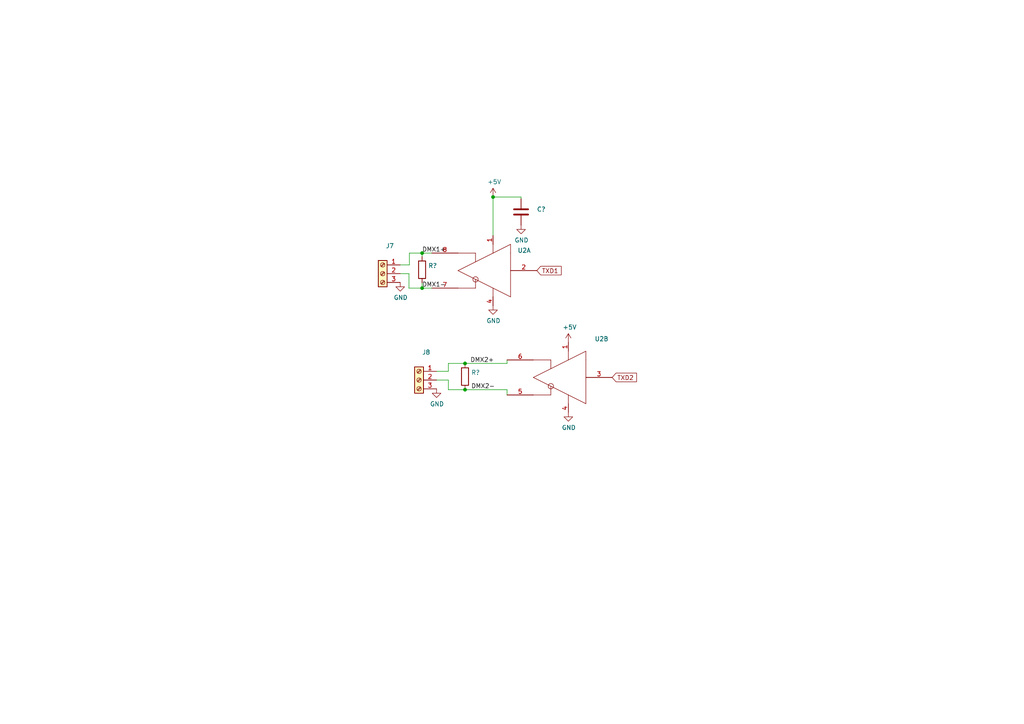
<source format=kicad_sch>
(kicad_sch (version 20211123) (generator eeschema)
  (paper "A4")
  (title_block (title "BBB 16 Flex") (date "2021-05-12") (rev "v2") (company "Scott Hanson"))
  (lib_symbols
    (symbol "BBB_16_Flex-rescue:C-Device" (pin_numbers hide) (pin_names (offset 0.254))
      (property "Reference" "C" (at 0.635 2.54 0))
      (property "Value" "C-Device" (at 0.635 -2.54 0))
      (symbol "C-Device_0_1"
        (polyline (pts (xy -2.032 -0.762) (xy 2.032 -0.762)) (stroke (width 0.508)))
        (polyline (pts (xy -2.032 0.762) (xy 2.032 0.762)) (stroke (width 0.508)))
      )
      (symbol "C-Device_1_1"
        (pin passive line (at 0 3.81 270) (length 2.794) (name "~") (number "1"))
        (pin passive line (at 0 -3.81 90) (length 2.794) (name "~") (number "2"))
      )
    )
    (symbol "BBB_16_Flex-rescue:R-Device" (pin_numbers hide) (pin_names (offset 0))
      (property "Reference" "R" (at 2.032 0 90))
      (property "Value" "R-Device" (at 0 0 90))
      (symbol "R-Device_0_1"
        (rectangle (start -1.016 -2.54) (end 1.016 2.54) (stroke (width 0.254)))
      )
      (symbol "R-Device_1_1"
        (pin passive line (at 0 3.81 270) (length 1.27) (name "~") (number "1"))
        (pin passive line (at 0 -3.81 90) (length 1.27) (name "~") (number "2"))
      )
    )
    (symbol "Connector:Screw_Terminal_01x03" (pin_names (offset 1.016) hide)
      (property "Reference" "J" (at 0 5.08 0))
      (property "Value" "Screw_Terminal_01x03" (at 0 -5.08 0))
      (symbol "Screw_Terminal_01x03_1_1"
        (rectangle (start -1.27 3.81) (end 1.27 -3.81) (stroke (width 0.254)) (fill (type background)))
        (circle (center 0 -2.54) (radius 0.635) (stroke (width 0.1524)))
        (polyline (pts (xy -0.5334 -2.2098) (xy 0.3302 -3.048)) (stroke (width 0.1524)))
        (polyline (pts (xy -0.5334 0.3302) (xy 0.3302 -0.508)) (stroke (width 0.1524)))
        (polyline (pts (xy -0.5334 2.8702) (xy 0.3302 2.032)) (stroke (width 0.1524)))
        (polyline (pts (xy -0.3556 -2.032) (xy 0.508 -2.8702)) (stroke (width 0.1524)))
        (polyline (pts (xy -0.3556 0.508) (xy 0.508 -0.3302)) (stroke (width 0.1524)))
        (polyline (pts (xy -0.3556 3.048) (xy 0.508 2.2098)) (stroke (width 0.1524)))
        (circle (center 0 0) (radius 0.635) (stroke (width 0.1524)))
        (circle (center 0 2.54) (radius 0.635) (stroke (width 0.1524)))
        (pin passive line (at -5.08 2.54 0) (length 3.81) (name "Pin_1") (number "1"))
        (pin passive line (at -5.08 0 0) (length 3.81) (name "Pin_2") (number "2"))
        (pin passive line (at -5.08 -2.54 0) (length 3.81) (name "Pin_3") (number "3"))
      )
    )
    (symbol "ESP32-POE-Olimex:+5V" (power) (pin_names (offset 0))
      (property "Value" "ESP32-POE-Olimex_+5V" (at 0 3.556 0))
      (symbol "+5V_0_1"
        (polyline (pts (xy -0.762 1.27) (xy 0 2.54)))
        (polyline (pts (xy 0 0) (xy 0 2.54)))
        (polyline (pts (xy 0 2.54) (xy 0.762 1.27)))
      )
      (symbol "+5V_1_1"
        (pin power_in line (at 0 0 90) (length 0) hide (name "+5V") (number "1"))
      )
    )
    (symbol "Interface_LineDriver:UA9638CP" (pin_names (offset 1.016) hide)
      (property "Reference" "U" (at -7.62 10.16 0))
      (property "Value" "UA9638CP" (at 2.54 7.62 0))
      (symbol "UA9638CP_0_1"
        (polyline (pts (xy -7.62 5.08) (xy -7.62 -7.62)))
        (polyline (pts (xy -7.62 5.08) (xy -7.62 7.62)))
        (polyline (pts (xy -7.62 7.62) (xy 7.62 0)))
        (polyline (pts (xy -2.54 -5.08) (xy -2.54 -7.62)))
        (polyline (pts (xy -2.54 5.08) (xy -2.54 7.62)))
        (polyline (pts (xy 2.54 -5.08) (xy 7.62 -5.08)))
        (polyline (pts (xy 2.54 -2.54) (xy 2.54 -5.08)))
        (polyline (pts (xy 2.54 5.08) (xy 2.54 2.54)))
        (polyline (pts (xy 7.62 0) (xy -7.62 -7.62)))
        (polyline (pts (xy 7.62 5.08) (xy 2.54 5.08)))
        (circle (center 2.54 -2.54) (radius 0.762))
      )
      (symbol "UA9638CP_1_1"
        (pin power_in line (at -2.54 10.16 270) (length 2.54) (name "VCC") (number "1"))
        (pin input line (at -15.24 0 0) (length 7.62) (name "IN") (number "2"))
        (pin power_in line (at -2.54 -10.16 90) (length 2.54) (name "GND") (number "4"))
        (pin output line (at 15.24 -5.08 180) (length 7.62) (name "OUTA") (number "7"))
        (pin output line (at 15.24 5.08 180) (length 7.62) (name "OUTB") (number "8"))
      )
      (symbol "UA9638CP_2_1"
        (pin power_in line (at -2.54 10.16 270) (length 2.54) (name "VCC") (number "1"))
        (pin input line (at -15.24 0 0) (length 7.62) (name "IN") (number "3"))
        (pin power_in line (at -2.54 -10.16 90) (length 2.54) (name "GND") (number "4"))
        (pin output line (at 15.24 -5.08 180) (length 7.62) (name "OUTA") (number "5"))
        (pin output line (at 15.24 5.08 180) (length 7.62) (name "OUTB") (number "6"))
      )
    )
    (symbol "power:GND" (power) (pin_names (offset 0))
      (property "Value" "GND" (at 0 -3.81 0))
      (symbol "GND_0_1"
        (polyline (pts (xy 0 0) (xy 0 -1.27) (xy 1.27 -1.27) (xy 0 -2.54) (xy -1.27 -1.27) (xy 0 -1.27)))
      )
      (symbol "GND_1_1"
        (pin power_in line (at 0 0 270) (length 0) hide (name "GND") (number "1"))
      )
    )
  )
  (junction (at 122.428 73.406))
  (junction (at 143.002 57.15))
  (junction (at 122.428 83.566))
  (junction (at 134.874 113.03))
  (junction (at 134.874 105.41))
  (wire (pts (xy 122.428 73.406) (xy 122.428 74.422)))
  (wire (pts (xy 122.428 83.566) (xy 125.222 83.566)))
  (wire (pts (xy 130.048 107.696) (xy 126.619 107.696)))
  (wire (pts (xy 134.874 113.03) (xy 147.066 113.03)))
  (wire (pts (xy 118.745 73.406) (xy 118.745 76.835)))
  (wire (pts (xy 118.618 79.375) (xy 116.078 79.375)))
  (wire (pts (xy 118.618 83.566) (xy 118.618 79.375)))
  (wire (pts (xy 134.874 105.41) (xy 147.066 105.41)))
  (wire (pts (xy 130.048 113.03) (xy 134.874 113.03)))
  (wire (pts (xy 147.066 114.554) (xy 147.066 113.03)))
  (wire (pts (xy 147.066 105.41) (xy 147.066 104.394)))
  (wire (pts (xy 118.745 76.835) (xy 116.078 76.835)))
  (wire (pts (xy 122.428 82.042) (xy 122.428 83.566)))
  (wire (pts (xy 122.428 73.406) (xy 125.222 73.406)))
  (wire (pts (xy 122.428 83.566) (xy 118.618 83.566)))
  (wire (pts (xy 143.002 68.326) (xy 143.002 57.15)))
  (wire (pts (xy 126.619 110.236) (xy 130.048 110.236)))
  (wire (pts (xy 151.13 57.15) (xy 151.13 57.658)))
  (wire (pts (xy 143.002 57.15) (xy 151.13 57.15)))
  (wire (pts (xy 122.428 73.406) (xy 118.745 73.406)))
  (wire (pts (xy 130.048 105.41) (xy 130.048 107.696)))
  (wire (pts (xy 130.048 110.236) (xy 130.048 113.03)))
  (wire (pts (xy 130.048 105.41) (xy 134.874 105.41)))
  (label "DMX2-" (at 136.652 113.03 0))
  (label "DMX2+" (at 136.398 105.41 0))
  (label "DMX1-" (at 122.428 83.566 0))
  (label "DMX1+" (at 122.428 73.406 0))
  (global_label "TXD1" (shape input) (at 155.702 78.486 0) (property "Intersheet References" "${INTERSHEET_REFS}" (effects hide)))
  (global_label "TXD2" (shape input) (at 177.546 109.474 0) (property "Intersheet References" "${INTERSHEET_REFS}" (effects hide)))
  (symbol (lib_id "BBB_16_Flex-rescue:R-Device") (at 134.874 109.22 0) (unit 1)
    (property "Reference" "R?" (at 136.652 108.0516 0) (effects (justify left)))
    (property "Digi-Key_PN" "311-120ARCT-ND" (effects hide))
    (property "MPN" "RC0805JR-07120RL" (effects hide))
    (property "LCSC" "C17437" (effects hide))
  )
  (symbol (lib_id "BBB_16_Flex-rescue:C-Device") (at 151.13 61.468 0) (unit 1)
    (property "Reference" "C?" (at 155.702 60.706 0) (effects (justify left)))
    (property "Digi-Key_PN" "1276-1007-1-ND" (effects hide))
    (property "MPN" "CL21F104ZBCNNNC" (effects hide))
    (property "LCSC" "C49678" (effects hide))
  )
  (symbol (lib_id "power:GND") (at 151.13 65.278 0) (unit 1)
    (property "Reference" "#PWR?" (effects hide))
  )
  (symbol (lib_id "Interface_LineDriver:UA9638CP") (at 140.462 78.486 0) (mirror y) (unit 1)
    (property "Reference" "U2" (at 150.114 72.644 0) (effects (justify right)))
    (property "Datasheet" "http://www.ti.com/lit/ds/symlink/ua9638.pdf" (effects hide))
    (property "Digi-Key_PN" "296-15058-1-ND" (effects hide))
    (property "MPN" "UA9638CDR" (effects hide))
    (property "LCSC" "C435812" (effects hide))
  )
  (symbol (lib_id "Interface_LineDriver:UA9638CP") (at 162.306 109.474 0) (mirror y) (unit 2)
    (property "Reference" "U2" (at 172.466 98.298 0) (effects (justify right)))
    (property "Datasheet" "http://www.ti.com/lit/ds/symlink/ua9638.pdf" (effects hide))
    (property "Digi-Key_PN" "296-15058-1-ND" (effects hide))
    (property "MPN" "UA9638CDR" (effects hide))
    (property "LCSC" "C435812" (effects hide))
  )
  (symbol (lib_id "BBB_16_Flex-rescue:R-Device") (at 122.428 78.232 0) (unit 1)
    (property "Reference" "R?" (at 124.206 77.0636 0) (effects (justify left)))
    (property "Digi-Key_PN" "311-120ARCT-ND" (effects hide))
    (property "MPN" "RC0805JR-07120RL" (effects hide))
    (property "LCSC" "C17437" (effects hide))
  )
  (symbol (lib_id "power:GND") (at 164.846 119.634 0) (unit 1)
    (property "Reference" "#PWR?" (effects hide))
  )
  (symbol (lib_id "power:GND") (at 143.002 88.646 0) (unit 1)
    (property "Reference" "#PWR?" (effects hide))
  )
  (symbol (lib_id "Connector:Screw_Terminal_01x03") (at 110.998 79.375 0) (mirror y) (unit 1)
    (property "Reference" "J7" (at 113.0808 71.3232 0))
    (property "Digi-Key_PN" "277-5737-ND" (effects hide))
    (property "MPN" "1843619" (effects hide))
  )
  (symbol (lib_id "Connector:Screw_Terminal_01x03") (at 121.539 110.236 0) (mirror y) (unit 1)
    (property "Reference" "J8" (at 123.6218 102.1842 0))
    (property "Digi-Key_PN" "277-5737-ND" (effects hide))
    (property "MPN" "1843619" (effects hide))
  )
  (symbol (lib_id "power:GND") (at 116.078 81.915 0) (unit 1)
    (property "Reference" "#PWR?" (effects hide))
  )
  (symbol (lib_id "power:GND") (at 126.619 112.776 0) (unit 1)
    (property "Reference" "#PWR?" (effects hide))
  )
  (symbol (lib_id "ESP32-POE-Olimex:+5V") (at 164.846 99.314 0) (unit 1)
    (property "Reference" "#PWR0126" (effects hide))
  )
  (symbol (lib_id "ESP32-POE-Olimex:+5V") (at 143.002 57.15 0) (unit 1)
    (property "Reference" "#PWR0127" (effects hide))
  )
)
</source>
